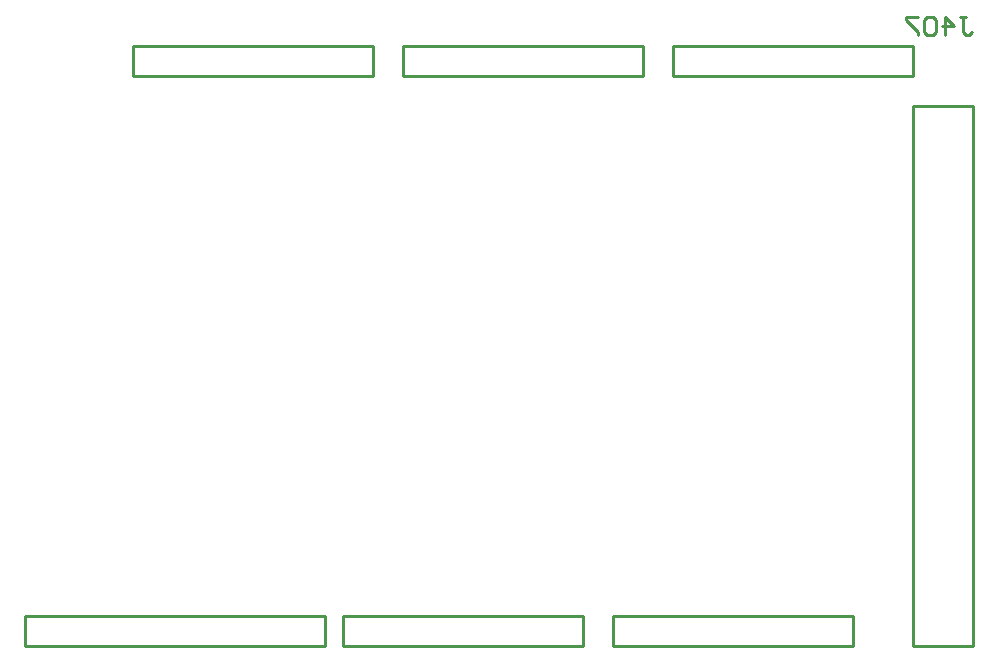
<source format=gbo>
G04 Layer_Color=32896*
%FSLAX25Y25*%
%MOIN*%
G70*
G01*
G75*
%ADD11C,0.01000*%
D11*
X465000Y215000D02*
Y395000D01*
X485000D01*
Y215000D02*
Y395000D01*
X465000Y215000D02*
X485000D01*
X169000D02*
X249000D01*
X169000Y225000D02*
X249000D01*
X169000Y215000D02*
Y225000D01*
X249000Y215000D02*
X269000D01*
Y225000D01*
X249000D02*
X269000D01*
X275000Y215000D02*
Y225000D01*
X355000D01*
Y215000D02*
Y225000D01*
X275000Y215000D02*
X355000D01*
X365000D02*
Y225000D01*
X445000D01*
Y215000D02*
Y225000D01*
X365000Y215000D02*
X445000D01*
X205000Y405000D02*
Y415000D01*
X285000D01*
Y405000D02*
Y415000D01*
X205000Y405000D02*
X285000D01*
X385000D02*
Y415000D01*
X465000D01*
Y405000D02*
Y415000D01*
X385000Y405000D02*
X465000D01*
X295000D02*
Y415000D01*
X375000D01*
Y405000D02*
Y415000D01*
X295000Y405000D02*
X375000D01*
X480501Y424498D02*
X482501D01*
X481501D01*
Y419500D01*
X482501Y418500D01*
X483500D01*
X484500Y419500D01*
X475503Y418500D02*
Y424498D01*
X478502Y421499D01*
X474503D01*
X472504Y423498D02*
X471504Y424498D01*
X469505D01*
X468505Y423498D01*
Y419500D01*
X469505Y418500D01*
X471504D01*
X472504Y419500D01*
Y423498D01*
X466506Y424498D02*
X462507D01*
Y423498D01*
X466506Y419500D01*
Y418500D01*
M02*

</source>
